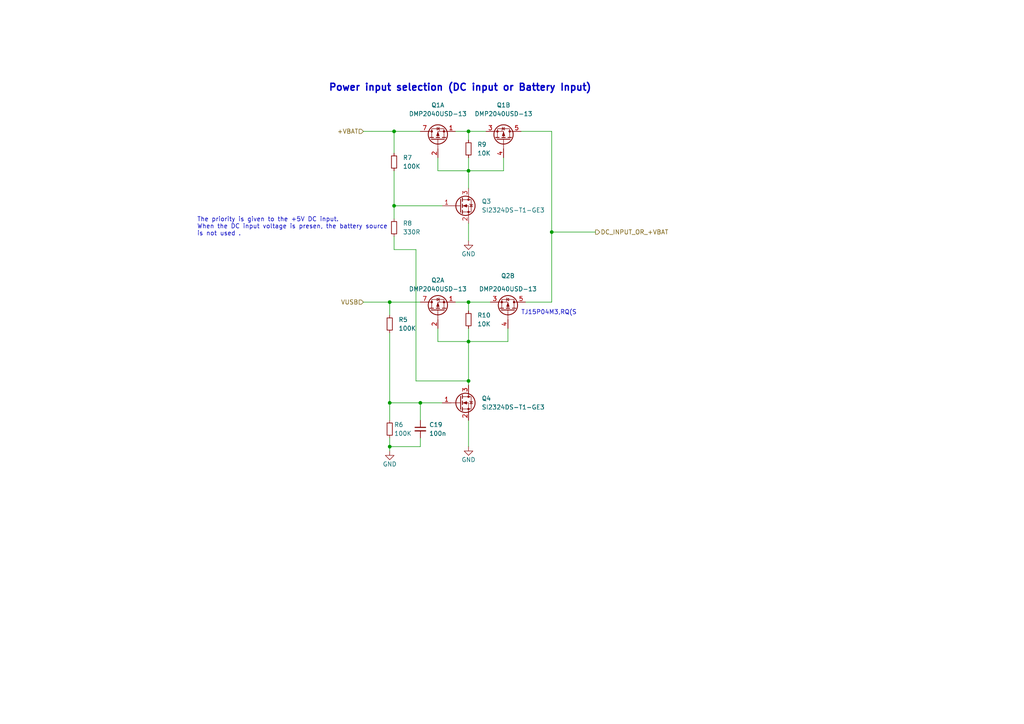
<source format=kicad_sch>
(kicad_sch (version 20211123) (generator eeschema)
  (paper "A4")
  (lib_symbols
    (symbol "Device:C_Small" (pin_numbers hide) (pin_names (offset 0.254) hide)
      (property "Reference" "C" (at 0.254 1.778 0))
      (property "Value" "C_Small" (at 0.254 -2.032 0))
      (symbol "C_Small_0_1"
        (polyline (pts (xy -1.524 -0.508) (xy 1.524 -0.508)) (stroke (width 0.3302)))
        (polyline (pts (xy -1.524 0.508) (xy 1.524 0.508)) (stroke (width 0.3048)))
      )
      (symbol "C_Small_1_1"
        (pin passive line (at 0 2.54 270) (length 2.032) (name "~") (number "1"))
        (pin passive line (at 0 -2.54 90) (length 2.032) (name "~") (number "2"))
      )
    )
    (symbol "Device:Q_NMOS_GSD" (pin_names (offset 0) hide)
      (property "Reference" "Q" (at 5.08 1.27 0))
      (property "Value" "Q_NMOS_GSD" (at 5.08 -1.27 0))
      (symbol "Q_NMOS_GSD_0_1"
        (polyline (pts (xy 0.254 0) (xy -2.54 0)))
        (polyline (pts (xy 0.254 1.905) (xy 0.254 -1.905)) (stroke (width 0.254)))
        (polyline (pts (xy 0.762 -1.27) (xy 0.762 -2.286)) (stroke (width 0.254)))
        (polyline (pts (xy 0.762 0.508) (xy 0.762 -0.508)) (stroke (width 0.254)))
        (polyline (pts (xy 0.762 2.286) (xy 0.762 1.27)) (stroke (width 0.254)))
        (polyline (pts (xy 2.54 2.54) (xy 2.54 1.778)))
        (polyline (pts (xy 2.54 -2.54) (xy 2.54 0) (xy 0.762 0)))
        (polyline (pts (xy 0.762 -1.778) (xy 3.302 -1.778) (xy 3.302 1.778) (xy 0.762 1.778)))
        (polyline (pts (xy 1.016 0) (xy 2.032 0.381) (xy 2.032 -0.381) (xy 1.016 0)) (fill (type outline)))
        (polyline (pts (xy 2.794 0.508) (xy 2.921 0.381) (xy 3.683 0.381) (xy 3.81 0.254)))
        (polyline (pts (xy 3.302 0.381) (xy 2.921 -0.254) (xy 3.683 -0.254) (xy 3.302 0.381)))
        (circle (center 1.651 0) (radius 2.794) (stroke (width 0.254)))
        (circle (center 2.54 -1.778) (radius 0.254) (fill (type outline)))
        (circle (center 2.54 1.778) (radius 0.254) (fill (type outline)))
      )
      (symbol "Q_NMOS_GSD_1_1"
        (pin input line (at -5.08 0 0) (length 2.54) (name "G") (number "1"))
        (pin passive line (at 2.54 -5.08 90) (length 2.54) (name "S") (number "2"))
        (pin passive line (at 2.54 5.08 270) (length 2.54) (name "D") (number "3"))
      )
    )
    (symbol "Device:R_Small" (pin_numbers hide) (pin_names (offset 0.254) hide)
      (property "Reference" "R" (at 0.762 0.508 0))
      (property "Value" "R_Small" (at 0.762 -1.016 0))
      (symbol "R_Small_0_1"
        (rectangle (start -0.762 1.778) (end 0.762 -1.778) (stroke (width 0.2032)))
      )
      (symbol "R_Small_1_1"
        (pin passive line (at 0 2.54 270) (length 0.762) (name "~") (number "1"))
        (pin passive line (at 0 -2.54 90) (length 0.762) (name "~") (number "2"))
      )
    )
    (symbol "LibraryAudioBoard:DMP2040USD-13" (pin_names (offset 0) hide)
      (property "Reference" "Q" (at 6.35 1.27 0))
      (property "Value" "DMP2040USD-13" (at 19.05 -1.27 0))
      (symbol "DMP2040USD-13_0_1"
        (polyline (pts (xy 0.254 0) (xy -2.54 0)))
        (polyline (pts (xy 0.254 1.905) (xy 0.254 -1.905)) (stroke (width 0.254)))
        (polyline (pts (xy 0.762 -1.27) (xy 0.762 -2.286)) (stroke (width 0.254)))
        (polyline (pts (xy 0.762 0.508) (xy 0.762 -0.508)) (stroke (width 0.254)))
        (polyline (pts (xy 0.762 2.286) (xy 0.762 1.27)) (stroke (width 0.254)))
        (polyline (pts (xy 2.54 2.54) (xy 2.54 1.778)))
        (polyline (pts (xy 2.54 -2.54) (xy 2.54 0) (xy 0.762 0)))
        (polyline (pts (xy 0.762 1.778) (xy 3.302 1.778) (xy 3.302 -1.778) (xy 0.762 -1.778)))
        (polyline (pts (xy 2.286 0) (xy 1.27 0.381) (xy 1.27 -0.381) (xy 2.286 0)) (fill (type outline)))
        (polyline (pts (xy 2.794 -0.508) (xy 2.921 -0.381) (xy 3.683 -0.381) (xy 3.81 -0.254)))
        (polyline (pts (xy 3.302 -0.381) (xy 2.921 0.254) (xy 3.683 0.254) (xy 3.302 -0.381)))
        (circle (center 1.651 0) (radius 2.794) (stroke (width 0.254)))
        (circle (center 2.54 -1.778) (radius 0.254) (fill (type outline)))
        (circle (center 2.54 1.778) (radius 0.254) (fill (type outline)))
      )
      (symbol "DMP2040USD-13_1_1"
        (pin passive line (at 2.54 -5.08 90) (length 2.54) (name "S1") (number "1"))
        (pin input line (at -5.08 0 0) (length 2.54) (name "G1") (number "2"))
        (pin passive line (at 2.54 5.08 270) (length 2.54) (name "D1") (number "7"))
        (pin passive line (at 2.54 5.08 270) (length 2.54) hide (name "D1") (number "8"))
      )
      (symbol "DMP2040USD-13_2_1"
        (pin passive line (at 2.54 -5.08 90) (length 2.54) (name "S2") (number "3"))
        (pin input line (at -5.08 0 0) (length 2.54) (name "G2") (number "4"))
        (pin passive line (at 2.54 5.08 270) (length 2.54) (name "D2") (number "5"))
        (pin passive line (at 2.54 5.08 270) (length 2.54) hide (name "D2") (number "6"))
      )
    )
    (symbol "power:GND" (power) (pin_names (offset 0))
      (property "Value" "GND" (at 0 -3.81 0))
      (symbol "GND_0_1"
        (polyline (pts (xy 0 0) (xy 0 -1.27) (xy 1.27 -1.27) (xy 0 -2.54) (xy -1.27 -1.27) (xy 0 -1.27)))
      )
      (symbol "GND_1_1"
        (pin power_in line (at 0 0 270) (length 0) hide (name "GND") (number "1"))
      )
    )
  )
  (junction (at 114.3 59.69))
  (junction (at 135.89 87.63))
  (junction (at 135.89 49.53))
  (junction (at 135.89 38.1))
  (junction (at 113.03 87.63))
  (junction (at 160.02 67.31))
  (junction (at 113.03 129.54))
  (junction (at 113.03 116.84))
  (junction (at 135.89 110.49))
  (junction (at 135.89 99.06))
  (junction (at 121.92 116.84))
  (junction (at 114.3 38.1))
  (wire (pts (xy 113.03 116.84) (xy 113.03 121.92)))
  (wire (pts (xy 135.89 64.77) (xy 135.89 69.85)))
  (wire (pts (xy 113.03 96.52) (xy 113.03 116.84)))
  (wire (pts (xy 160.02 87.63) (xy 160.02 67.31)))
  (wire (pts (xy 113.03 129.54) (xy 113.03 130.81)))
  (wire (pts (xy 113.03 87.63) (xy 113.03 91.44)))
  (wire (pts (xy 135.89 87.63) (xy 135.89 90.17)))
  (wire (pts (xy 114.3 38.1) (xy 114.3 44.45)))
  (wire (pts (xy 135.89 121.92) (xy 135.89 129.54)))
  (wire (pts (xy 135.89 38.1) (xy 140.97 38.1)))
  (wire (pts (xy 135.89 99.06) (xy 135.89 110.49)))
  (wire (pts (xy 114.3 68.58) (xy 114.3 72.39)))
  (wire (pts (xy 135.89 110.49) (xy 135.89 111.76)))
  (wire (pts (xy 160.02 67.31) (xy 172.72 67.31)))
  (wire (pts (xy 132.08 87.63) (xy 135.89 87.63)))
  (wire (pts (xy 135.89 49.53) (xy 146.05 49.53)))
  (wire (pts (xy 135.89 45.72) (xy 135.89 49.53)))
  (wire (pts (xy 127 49.53) (xy 135.89 49.53)))
  (wire (pts (xy 135.89 49.53) (xy 135.89 54.61)))
  (wire (pts (xy 114.3 59.69) (xy 114.3 63.5)))
  (wire (pts (xy 121.92 127) (xy 121.92 129.54)))
  (wire (pts (xy 120.65 110.49) (xy 135.89 110.49)))
  (wire (pts (xy 114.3 38.1) (xy 121.92 38.1)))
  (wire (pts (xy 160.02 38.1) (xy 151.13 38.1)))
  (wire (pts (xy 114.3 72.39) (xy 120.65 72.39)))
  (wire (pts (xy 113.03 87.63) (xy 121.92 87.63)))
  (wire (pts (xy 114.3 49.53) (xy 114.3 59.69)))
  (wire (pts (xy 105.41 38.1) (xy 114.3 38.1)))
  (wire (pts (xy 135.89 38.1) (xy 135.89 40.64)))
  (wire (pts (xy 147.32 95.25) (xy 147.32 99.06)))
  (wire (pts (xy 120.65 72.39) (xy 120.65 110.49)))
  (wire (pts (xy 113.03 129.54) (xy 121.92 129.54)))
  (wire (pts (xy 113.03 127) (xy 113.03 129.54)))
  (wire (pts (xy 105.41 87.63) (xy 113.03 87.63)))
  (wire (pts (xy 127 45.72) (xy 127 49.53)))
  (wire (pts (xy 146.05 49.53) (xy 146.05 45.72)))
  (wire (pts (xy 127 95.25) (xy 127 99.06)))
  (wire (pts (xy 113.03 116.84) (xy 121.92 116.84)))
  (wire (pts (xy 135.89 95.25) (xy 135.89 99.06)))
  (wire (pts (xy 127 99.06) (xy 135.89 99.06)))
  (wire (pts (xy 121.92 116.84) (xy 121.92 121.92)))
  (wire (pts (xy 135.89 87.63) (xy 142.24 87.63)))
  (wire (pts (xy 152.4 87.63) (xy 160.02 87.63)))
  (wire (pts (xy 160.02 67.31) (xy 160.02 38.1)))
  (wire (pts (xy 121.92 116.84) (xy 128.27 116.84)))
  (wire (pts (xy 114.3 59.69) (xy 128.27 59.69)))
  (wire (pts (xy 135.89 99.06) (xy 147.32 99.06)))
  (wire (pts (xy 132.08 38.1) (xy 135.89 38.1)))
  (text "Power input selection (DC input or Battery Input)" (at 95.25 26.67 0) (effects (font (size 2 2) (thickness 0.4) bold) (justify left bottom)))
  (text "TJ15P04M3,RQ(S" (at 151.13 91.44 0) (effects (font (size 1.27 1.27)) (justify left bottom)))
  (text "The priority is given to the +5V DC input.\nWhen the DC input voltage is presen, the battery source \nis not used ." (at 57.15 68.58 0) (effects (font (size 1.27 1.27)) (justify left bottom)))
  (hierarchical_label "VUSB" (shape input) (at 105.41 87.63 180))
  (hierarchical_label "DC_INPUT_OR_+VBAT" (shape output) (at 172.72 67.31 0))
  (hierarchical_label "+VBAT" (shape input) (at 105.41 38.1 180))
  (symbol (lib_id "LibraryAudioBoard:DMP2040USD-13") (at 127 90.17 90) (unit 1)
    (property "Reference" "Q2" (at 127 81.28 90))
    (property "Value" "DMP2040USD-13" (at 127 83.82 90))
    (property "Footprint" "Package_SO:SOIC-8_3.9x4.9mm_P1.27mm" (effects hide))
    (property "MPN" "DMP2040USD-13" (effects hide))
    (property "Mouser" "621-DMP2040USD-13" (effects hide))
  )
  (symbol (lib_id "power:GND") (at 135.89 129.54 0) (unit 1)
    (property "Reference" "#PWR029" (effects hide))
    (property "Value" "GND" (at 135.89 133.35 0))
  )
  (symbol (lib_id "Device:R_Small") (at 114.3 66.04 0) (unit 1)
    (property "Reference" "R8" (at 116.84 64.7699 0) (effects (justify left)))
    (property "Value" "330R" (at 116.84 67.3099 0) (effects (justify left)))
    (property "Footprint" "Resistor_SMD:R_0805_2012Metric" (effects hide))
  )
  (symbol (lib_id "power:GND") (at 113.03 130.81 0) (unit 1)
    (property "Reference" "#PWR027" (effects hide))
    (property "Value" "GND" (at 113.03 134.62 0))
  )
  (symbol (lib_id "Device:R_Small") (at 114.3 46.99 0) (unit 1)
    (property "Reference" "R7" (at 116.84 45.7199 0) (effects (justify left)))
    (property "Value" "100K" (at 116.84 48.2599 0) (effects (justify left)))
    (property "Footprint" "Resistor_SMD:R_0805_2012Metric" (effects hide))
  )
  (symbol (lib_id "Device:Q_NMOS_GSD") (at 133.35 59.69 0) (unit 1)
    (property "Reference" "Q3" (at 139.7 58.4199 0) (effects (justify left)))
    (property "Value" "SI2324DS-T1-GE3" (at 139.7 60.9599 0) (effects (justify left)))
    (property "Footprint" "Package_TO_SOT_SMD:SOT-23" (effects hide))
  )
  (symbol (lib_id "Device:R_Small") (at 135.89 43.18 0) (unit 1)
    (property "Reference" "R9" (at 138.43 41.9099 0) (effects (justify left)))
    (property "Value" "10K" (at 138.43 44.4499 0) (effects (justify left)))
    (property "Footprint" "Resistor_SMD:R_0805_2012Metric" (effects hide))
  )
  (symbol (lib_id "power:GND") (at 135.89 69.85 0) (unit 1)
    (property "Reference" "#PWR028" (effects hide))
    (property "Value" "GND" (at 135.89 73.66 0))
  )
  (symbol (lib_id "LibraryAudioBoard:DMP2040USD-13") (at 146.05 40.64 270) (mirror x) (unit 2)
    (property "Reference" "Q1" (at 146.05 30.48 90))
    (property "Value" "DMP2040USD-13" (at 146.05 33.02 90))
    (property "Footprint" "Package_SO:SOIC-8_3.9x4.9mm_P1.27mm" (effects hide))
    (property "MPN" "DMP2040USD-13" (effects hide))
    (property "Mouser" "621-DMP2040USD-13" (effects hide))
  )
  (symbol (lib_id "LibraryAudioBoard:DMP2040USD-13") (at 127 40.64 90) (unit 1)
    (property "Reference" "Q1" (at 127 30.48 90))
    (property "Value" "DMP2040USD-13" (at 127 33.02 90))
    (property "Footprint" "Package_SO:SOIC-8_3.9x4.9mm_P1.27mm" (effects hide))
    (property "MPN" "DMP2040USD-13" (effects hide))
    (property "Mouser" "621-DMP2040USD-13" (effects hide))
  )
  (symbol (lib_id "Device:C_Small") (at 121.92 124.46 0) (unit 1)
    (property "Reference" "C19" (at 124.46 123.1962 0) (effects (justify left)))
    (property "Value" "100n" (at 124.46 125.7362 0) (effects (justify left)))
    (property "Footprint" "Capacitor_SMD:C_0201_0603Metric" (effects hide))
  )
  (symbol (lib_id "Device:R_Small") (at 135.89 92.71 0) (unit 1)
    (property "Reference" "R10" (at 138.43 91.4399 0) (effects (justify left)))
    (property "Value" "10K" (at 138.43 93.9799 0) (effects (justify left)))
    (property "Footprint" "Resistor_SMD:R_0805_2012Metric" (effects hide))
  )
  (symbol (lib_id "LibraryAudioBoard:DMP2040USD-13") (at 147.32 90.17 270) (mirror x) (unit 2)
    (property "Reference" "Q2" (at 147.32 80.01 90))
    (property "Value" "DMP2040USD-13" (at 147.32 83.82 90))
    (property "Footprint" "Package_SO:SOIC-8_3.9x4.9mm_P1.27mm" (effects hide))
    (property "MPN" "DMP2040USD-13" (effects hide))
    (property "Mouser" "621-DMP2040USD-13" (effects hide))
  )
  (symbol (lib_id "Device:R_Small") (at 113.03 93.98 0) (unit 1)
    (property "Reference" "R5" (at 115.57 92.7099 0) (effects (justify left)))
    (property "Value" "100K" (at 115.57 95.2499 0) (effects (justify left)))
    (property "Footprint" "Resistor_SMD:R_0805_2012Metric" (effects hide))
  )
  (symbol (lib_id "Device:Q_NMOS_GSD") (at 133.35 116.84 0) (unit 1)
    (property "Reference" "Q4" (at 139.7 115.5699 0) (effects (justify left)))
    (property "Value" "SI2324DS-T1-GE3" (at 139.7 118.1099 0) (effects (justify left)))
    (property "Footprint" "Package_TO_SOT_SMD:SOT-23" (effects hide))
  )
  (symbol (lib_id "Device:R_Small") (at 113.03 124.46 0) (unit 1)
    (property "Reference" "R6" (at 114.3 123.19 0) (effects (justify left)))
    (property "Value" "100K" (at 114.3 125.73 0) (effects (justify left)))
    (property "Footprint" "Resistor_SMD:R_0805_2012Metric" (effects hide))
  )
)
</source>
